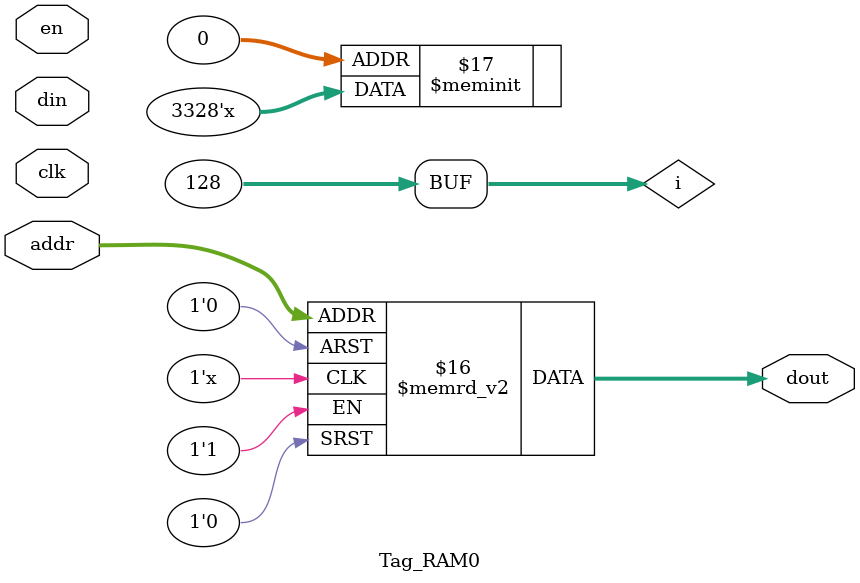
<source format=v>
`timescale 1ns / 1ps


module Tag_RAM0(
    input wire clk,//clock
    input wire en,//enable
    input wire [6:0] addr,// index
    input wire [25:0] din,//data write in
    output reg [25:0] dout//data read out
    );
    
    reg [25:0] cache_tag_way0[0:127];
    integer i;
    
    //memory initial
    initial begin
        for(i = 0;i < 128;i = i + 1) begin
            cache_tag_way0[i] = 128'b0;
        end
       // $readmemh("D:/XilinxData/ComputerOrganization/Experiment_05/vga_debugger.mem",cache_tag_way0);//?
    end
    
    //read and write  data to cache
    always @ (clk)  begin
        dout <= cache_tag_way0[addr];
        if(en == 1'b1) begin // this more right?
            cache_tag_way0[addr] <= din;
        end
    end
endmodule

</source>
